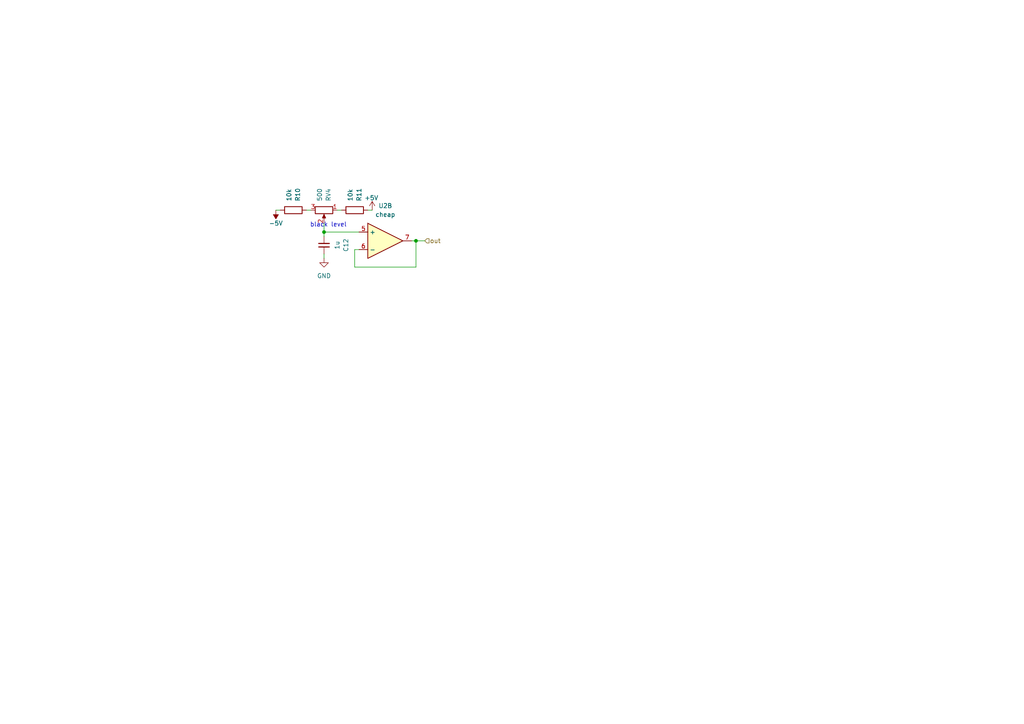
<source format=kicad_sch>
(kicad_sch (version 20250114) (generator "eeschema") (generator_version "9.0")
  (paper "A4")
  (lib_symbols
    (symbol "synkie_symbols:+5V" (power) (pin_names (offset 0))
      (property "Value" "+5V" (at 0 3.556 0))
      (symbol "+5V_0_1"
        (polyline (pts (xy -0.762 1.27) (xy 0 2.54)))
        (polyline (pts (xy 0 2.54) (xy 0.762 1.27)))
        (polyline (pts (xy 0 0) (xy 0 2.54)))
      )
      (symbol "+5V_1_1"
        (pin power_in line (at 0 0 90) (length 0) (hide yes) (name "+5V") (number "1"))
      )
    )
    (symbol "synkie_symbols:-5V" (power) (pin_names (offset 0))
      (property "Value" "-5V" (at 0 3.81 0))
      (symbol "-5V_0_0"
        (pin power_in line (at 0 0 90) (length 0) (hide yes) (name "-5V") (number "1"))
      )
      (symbol "-5V_0_1"
        (polyline (pts (xy 0 0) (xy 0 1.27) (xy 0.762 1.27) (xy 0 2.54) (xy -0.762 1.27) (xy 0 1.27)) (fill (type outline)))
      )
    )
    (symbol "synkie_symbols:C_Small" (pin_numbers (hide yes)) (pin_names (offset 0.254) (hide yes))
      (property "Reference" "C" (at 0.254 1.778 0))
      (property "Value" "C_Small" (at 0.254 -2.032 0))
      (symbol "C_Small_0_1"
        (polyline (pts (xy -1.524 0.508) (xy 1.524 0.508)) (stroke (width 0.3048)))
        (polyline (pts (xy -1.524 -0.508) (xy 1.524 -0.508)) (stroke (width 0.3302)))
      )
      (symbol "C_Small_1_1"
        (pin passive line (at 0 2.54 270) (length 2.032) (name "~") (number "1"))
        (pin passive line (at 0 -2.54 90) (length 2.032) (name "~") (number "2"))
      )
    )
    (symbol "synkie_symbols:GND" (power) (pin_names (offset 0))
      (property "Value" "GND" (at 0 -3.81 0))
      (symbol "GND_0_1"
        (polyline (pts (xy 0 0) (xy 0 -1.27) (xy 1.27 -1.27) (xy 0 -2.54) (xy -1.27 -1.27) (xy 0 -1.27)))
      )
      (symbol "GND_1_1"
        (pin power_in line (at 0 0 270) (length 0) (hide yes) (name "GND") (number "1"))
      )
    )
    (symbol "synkie_symbols:Opamp_Dual_Generic"
      (property "Reference" "U" (at 0 5.08 0))
      (property "Value" "Opamp_Dual_Generic" (at 0 -5.08 0))
      (symbol "Opamp_Dual_Generic_1_1"
        (polyline (pts (xy -5.08 5.08) (xy 5.08 0) (xy -5.08 -5.08) (xy -5.08 5.08)) (stroke (width 0.254)) (fill (type background)))
        (pin input line (at -7.62 2.54 0) (length 2.54) (name "+") (number "3"))
        (pin input line (at -7.62 -2.54 0) (length 2.54) (name "-") (number "2"))
        (pin output line (at 7.62 0 180) (length 2.54) (name "~") (number "1"))
      )
      (symbol "Opamp_Dual_Generic_2_1"
        (polyline (pts (xy -5.08 5.08) (xy 5.08 0) (xy -5.08 -5.08) (xy -5.08 5.08)) (stroke (width 0.254)) (fill (type background)))
        (pin input line (at -7.62 2.54 0) (length 2.54) (name "+") (number "5"))
        (pin input line (at -7.62 -2.54 0) (length 2.54) (name "-") (number "6"))
        (pin output line (at 7.62 0 180) (length 2.54) (name "~") (number "7"))
      )
      (symbol "Opamp_Dual_Generic_3_1"
        (pin power_in line (at -2.54 7.62 270) (length 3.81) (name "V+") (number "8"))
        (pin power_in line (at -2.54 -7.62 90) (length 3.81) (name "V-") (number "4"))
      )
    )
    (symbol "synkie_symbols:R" (pin_numbers (hide yes)) (pin_names (offset 0))
      (property "Reference" "R" (at 2.032 0 90))
      (property "Value" "R" (at 0 0 90))
      (symbol "R_0_1"
        (rectangle (start -1.016 -2.54) (end 1.016 2.54) (stroke (width 0.254)))
      )
      (symbol "R_1_1"
        (pin passive line (at 0 3.81 270) (length 1.27) (name "~") (number "1"))
        (pin passive line (at 0 -3.81 90) (length 1.27) (name "~") (number "2"))
      )
    )
    (symbol "synkie_symbols:R_POT" (pin_names (offset 1.016) (hide yes))
      (property "Reference" "RV" (at -4.445 0 90))
      (property "Value" "R_POT" (at -2.54 0 90))
      (symbol "R_POT_0_1"
        (rectangle (start 1.016 2.54) (end -1.016 -2.54) (stroke (width 0.254)))
        (polyline (pts (xy 1.143 0) (xy 2.286 0.508) (xy 2.286 -0.508) (xy 1.143 0)) (fill (type outline)))
        (polyline (pts (xy 2.54 0) (xy 1.524 0)))
      )
      (symbol "R_POT_1_1"
        (pin passive line (at 0 3.81 270) (length 1.27) (name "1") (number "1"))
        (pin passive line (at 0 -3.81 90) (length 1.27) (name "3") (number "3"))
        (pin passive line (at 3.81 0 180) (length 1.27) (name "2") (number "2"))
      )
    )
  )
  (text "black level" (at 95.25 65.278 0) (effects (font (size 1.27 1.27))))
  (junction (at 93.98 67.31))
  (junction (at 120.65 69.85))
  (wire (pts (xy 120.65 69.85) (xy 123.19 69.85)))
  (wire (pts (xy 120.65 77.47) (xy 120.65 69.85)))
  (wire (pts (xy 102.87 72.39) (xy 102.87 77.47)))
  (wire (pts (xy 90.17 60.96) (xy 88.9 60.96)))
  (wire (pts (xy 106.68 60.96) (xy 107.95 60.96)))
  (wire (pts (xy 80.01 60.96) (xy 81.28 60.96)))
  (wire (pts (xy 93.98 67.31) (xy 104.14 67.31)))
  (wire (pts (xy 93.98 73.66) (xy 93.98 74.93)))
  (wire (pts (xy 99.06 60.96) (xy 97.79 60.96)))
  (wire (pts (xy 93.98 64.77) (xy 93.98 67.31)))
  (wire (pts (xy 102.87 77.47) (xy 120.65 77.47)))
  (wire (pts (xy 119.38 69.85) (xy 120.65 69.85)))
  (wire (pts (xy 104.14 72.39) (xy 102.87 72.39)))
  (wire (pts (xy 93.98 67.31) (xy 93.98 68.58)))
  (hierarchical_label "out" (shape input) (at 123.19 69.85 0))
  (symbol (lib_id "synkie_symbols:Opamp_Dual_Generic") (at 111.76 69.85 0) (unit 2)
    (property "Reference" "U1" (at 111.76 59.69 0))
    (property "Value" "cheap" (at 111.76 62.23 0))
    (property "Footprint" "synkie_footprints:SOIC-8_3.9x4.9mm_P1.27mm" (effects (hide yes)))
    (property "Description" "Dual operational amplifier" (effects (hide yes)))
    (instances (project "sk162-herd-mixer" (path "" (reference "U2") (unit 2)) (path "" (reference "U1") (unit 2)) (path "" (reference "U3") (unit 2))))
  )
  (symbol (lib_id "synkie_symbols:R_POT") (at 93.98 60.96 270) (unit 1)
    (property "Reference" "RV2" (at 95.2501 58.42 0) (effects (justify right)))
    (property "Value" "500" (at 92.7101 58.42 0) (effects (justify right)))
    (property "Footprint" "synkie_footprints:Potentiometer_Bourns_3296Y_Vertical" (effects (hide yes)))
    (property "Description" "Potentiometer" (effects (hide yes)))
    (instances (project "sk162-herd-mixer" (path "" (reference "RV4") (unit 1)) (path "" (reference "RV2") (unit 1)) (path "" (reference "RV6") (unit 1))))
  )
  (symbol (lib_id "synkie_symbols:C_Small") (at 93.98 71.12 180) (unit 1)
    (property "Reference" "C10" (at 100.33 71.1137 90))
    (property "Value" "1u" (at 97.79 71.1137 90))
    (property "Footprint" "synkie_footprints:C_0805_2012Metric_Pad1.15x1.40mm_HandSolder" (effects (hide yes)))
    (property "Description" "Unpolarized capacitor, small symbol" (effects (hide yes)))
    (instances (project "sk162-herd-mixer" (path "" (reference "C12") (unit 1)) (path "" (reference "C10") (unit 1)) (path "" (reference "C14") (unit 1))))
  )
  (symbol (lib_id "synkie_symbols:R") (at 102.87 60.96 90) (mirror x) (unit 1)
    (property "Reference" "R7" (at 104.1401 58.42 0) (effects (justify right)))
    (property "Value" "10k" (at 101.6001 58.42 0) (effects (justify right)))
    (property "Footprint" "synkie_footprints:R_0805_2012Metric_Pad1.15x1.40mm_HandSolder" (effects (hide yes)))
    (property "Description" "Resistor" (effects (hide yes)))
    (instances (project "sk162-herd-mixer" (path "" (reference "R11") (unit 1)) (path "" (reference "R7") (unit 1)) (path "" (reference "R15") (unit 1))))
  )
  (symbol (lib_id "synkie_symbols:-5V") (at 80.01 60.96 180) (unit 1)
    (property "Reference" "#PWR017" (effects (hide yes)))
    (property "Value" "-5V" (at 77.978 64.77 0) (effects (justify right)))
    (property "Description" "Power symbol creates a global label with name \"-5V\"" (effects (hide yes)))
    (instances (project "sk162-herd-mixer" (path "" (reference "#PWR023") (unit 1)) (path "" (reference "#PWR017") (unit 1)) (path "" (reference "#PWR029") (unit 1))))
  )
  (symbol (lib_id "synkie_symbols:+5V") (at 107.95 60.96 0) (unit 1)
    (property "Reference" "#PWR019" (effects (hide yes)))
    (property "Value" "+5V" (at 105.664 57.404 0) (effects (justify left)))
    (property "Description" "Power symbol creates a global label with name \"+5V\"" (effects (hide yes)))
    (instances (project "sk162-herd-mixer" (path "" (reference "#PWR025") (unit 1)) (path "" (reference "#PWR019") (unit 1)) (path "" (reference "#PWR031") (unit 1))))
  )
  (symbol (lib_id "synkie_symbols:GND") (at 93.98 74.93 0) (unit 1)
    (property "Reference" "#PWR018" (effects (hide yes)))
    (property "Value" "GND" (at 93.98 80.01 0))
    (property "Description" "Power symbol creates a global label with name \"GND\" , ground" (effects (hide yes)))
    (instances (project "sk162-herd-mixer" (path "" (reference "#PWR024") (unit 1)) (path "" (reference "#PWR018") (unit 1)) (path "" (reference "#PWR030") (unit 1))))
  )
  (symbol (lib_id "synkie_symbols:R") (at 85.09 60.96 90) (mirror x) (unit 1)
    (property "Reference" "R6" (at 86.3601 58.42 0) (effects (justify right)))
    (property "Value" "10k" (at 83.8201 58.42 0) (effects (justify right)))
    (property "Footprint" "synkie_footprints:R_0805_2012Metric_Pad1.15x1.40mm_HandSolder" (effects (hide yes)))
    (property "Description" "Resistor" (effects (hide yes)))
    (instances (project "sk162-herd-mixer" (path "" (reference "R10") (unit 1)) (path "" (reference "R6") (unit 1)) (path "" (reference "R14") (unit 1))))
  )
)
</source>
